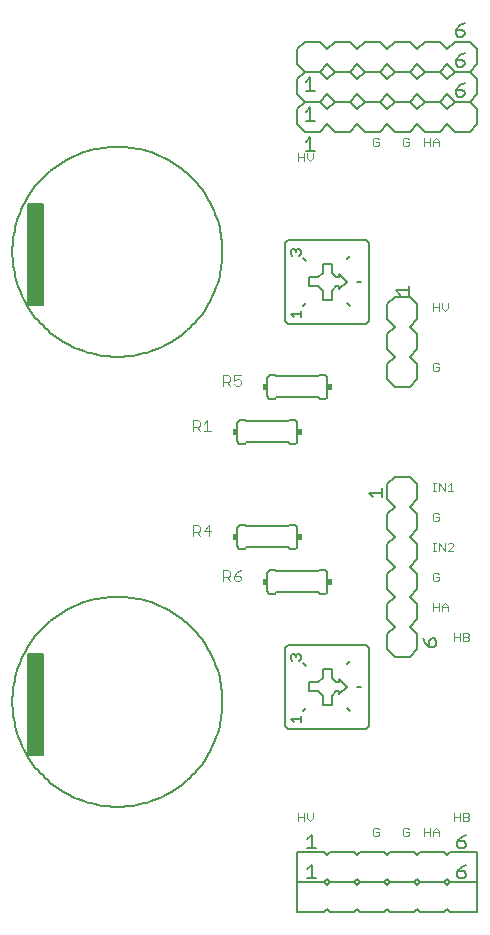
<source format=gto>
G75*
%MOIN*%
%OFA0B0*%
%FSLAX24Y24*%
%IPPOS*%
%LPD*%
%AMOC8*
5,1,8,0,0,1.08239X$1,22.5*
%
%ADD10C,0.0030*%
%ADD11C,0.0050*%
%ADD12C,0.0060*%
%ADD13R,0.0150X0.0200*%
%ADD14C,0.0040*%
D10*
X011615Y003425D02*
X011615Y003715D01*
X011615Y003570D02*
X011808Y003570D01*
X011910Y003522D02*
X011910Y003715D01*
X011808Y003715D02*
X011808Y003425D01*
X011910Y003522D02*
X012006Y003425D01*
X012103Y003522D01*
X012103Y003715D01*
X014115Y003167D02*
X014115Y002973D01*
X014163Y002925D01*
X014260Y002925D01*
X014308Y002973D01*
X014308Y003070D01*
X014212Y003070D01*
X014308Y003167D02*
X014260Y003215D01*
X014163Y003215D01*
X014115Y003167D01*
X015115Y003167D02*
X015115Y002973D01*
X015163Y002925D01*
X015260Y002925D01*
X015308Y002973D01*
X015308Y003070D01*
X015212Y003070D01*
X015308Y003167D02*
X015260Y003215D01*
X015163Y003215D01*
X015115Y003167D01*
X015815Y003215D02*
X015815Y002925D01*
X015815Y003070D02*
X016008Y003070D01*
X016110Y003070D02*
X016303Y003070D01*
X016303Y003118D02*
X016303Y002925D01*
X016110Y002925D02*
X016110Y003118D01*
X016206Y003215D01*
X016303Y003118D01*
X016008Y003215D02*
X016008Y002925D01*
X016815Y003425D02*
X016815Y003715D01*
X016815Y003570D02*
X017008Y003570D01*
X017110Y003570D02*
X017255Y003570D01*
X017303Y003522D01*
X017303Y003473D01*
X017255Y003425D01*
X017110Y003425D01*
X017110Y003715D01*
X017255Y003715D01*
X017303Y003667D01*
X017303Y003618D01*
X017255Y003570D01*
X017008Y003715D02*
X017008Y003425D01*
X017008Y009425D02*
X017008Y009715D01*
X017110Y009715D02*
X017110Y009425D01*
X017255Y009425D01*
X017303Y009473D01*
X017303Y009522D01*
X017255Y009570D01*
X017110Y009570D01*
X017008Y009570D02*
X016815Y009570D01*
X016815Y009425D02*
X016815Y009715D01*
X017110Y009715D02*
X017255Y009715D01*
X017303Y009667D01*
X017303Y009618D01*
X017255Y009570D01*
X016603Y010425D02*
X016603Y010618D01*
X016506Y010715D01*
X016410Y010618D01*
X016410Y010425D01*
X016308Y010425D02*
X016308Y010715D01*
X016308Y010570D02*
X016115Y010570D01*
X016115Y010425D02*
X016115Y010715D01*
X016410Y010570D02*
X016603Y010570D01*
X016260Y011425D02*
X016163Y011425D01*
X016115Y011473D01*
X016115Y011667D01*
X016163Y011715D01*
X016260Y011715D01*
X016308Y011667D01*
X016308Y011570D02*
X016212Y011570D01*
X016308Y011570D02*
X016308Y011473D01*
X016260Y011425D01*
X016212Y012425D02*
X016115Y012425D01*
X016163Y012425D02*
X016163Y012715D01*
X016115Y012715D02*
X016212Y012715D01*
X016311Y012715D02*
X016505Y012425D01*
X016505Y012715D01*
X016606Y012667D02*
X016654Y012715D01*
X016751Y012715D01*
X016800Y012667D01*
X016800Y012618D01*
X016606Y012425D01*
X016800Y012425D01*
X016311Y012425D02*
X016311Y012715D01*
X016260Y013425D02*
X016163Y013425D01*
X016115Y013473D01*
X016115Y013667D01*
X016163Y013715D01*
X016260Y013715D01*
X016308Y013667D01*
X016308Y013570D02*
X016212Y013570D01*
X016308Y013570D02*
X016308Y013473D01*
X016260Y013425D01*
X016212Y014425D02*
X016115Y014425D01*
X016163Y014425D02*
X016163Y014715D01*
X016115Y014715D02*
X016212Y014715D01*
X016311Y014715D02*
X016505Y014425D01*
X016505Y014715D01*
X016606Y014618D02*
X016703Y014715D01*
X016703Y014425D01*
X016606Y014425D02*
X016800Y014425D01*
X016311Y014425D02*
X016311Y014715D01*
X016260Y018425D02*
X016163Y018425D01*
X016115Y018473D01*
X016115Y018667D01*
X016163Y018715D01*
X016260Y018715D01*
X016308Y018667D01*
X016308Y018570D02*
X016212Y018570D01*
X016308Y018570D02*
X016308Y018473D01*
X016260Y018425D01*
X016308Y020425D02*
X016308Y020715D01*
X016410Y020715D02*
X016410Y020522D01*
X016506Y020425D01*
X016603Y020522D01*
X016603Y020715D01*
X016308Y020570D02*
X016115Y020570D01*
X016115Y020425D02*
X016115Y020715D01*
X016110Y025925D02*
X016110Y026118D01*
X016206Y026215D01*
X016303Y026118D01*
X016303Y025925D01*
X016303Y026070D02*
X016110Y026070D01*
X016008Y026070D02*
X015815Y026070D01*
X015815Y025925D02*
X015815Y026215D01*
X016008Y026215D02*
X016008Y025925D01*
X015308Y025973D02*
X015308Y026070D01*
X015212Y026070D01*
X015308Y025973D02*
X015260Y025925D01*
X015163Y025925D01*
X015115Y025973D01*
X015115Y026167D01*
X015163Y026215D01*
X015260Y026215D01*
X015308Y026167D01*
X014308Y026167D02*
X014260Y026215D01*
X014163Y026215D01*
X014115Y026167D01*
X014115Y025973D01*
X014163Y025925D01*
X014260Y025925D01*
X014308Y025973D01*
X014308Y026070D01*
X014212Y026070D01*
X012103Y025715D02*
X012103Y025522D01*
X012006Y025425D01*
X011910Y025522D01*
X011910Y025715D01*
X011808Y025715D02*
X011808Y025425D01*
X011808Y025570D02*
X011615Y025570D01*
X011615Y025425D02*
X011615Y025715D01*
D11*
X003118Y005633D02*
X002618Y005633D01*
X003118Y005633D01*
X002618Y005633D01*
X003118Y005633D01*
X003118Y009010D01*
X002618Y009010D01*
X002618Y005633D01*
X002618Y009010D01*
X003118Y009010D01*
X003118Y005633D01*
X003118Y005682D02*
X002618Y005682D01*
X003118Y005682D01*
X003118Y005730D02*
X002618Y005730D01*
X003118Y005730D01*
X003118Y005779D02*
X002618Y005779D01*
X003118Y005779D01*
X003118Y005827D02*
X002618Y005827D01*
X003118Y005827D01*
X003118Y005876D02*
X002618Y005876D01*
X003118Y005876D01*
X003118Y005924D02*
X002618Y005924D01*
X003118Y005924D01*
X003118Y005973D02*
X002618Y005973D01*
X003118Y005973D01*
X003118Y006021D02*
X002618Y006021D01*
X003118Y006021D01*
X003118Y006070D02*
X002618Y006070D01*
X003118Y006070D01*
X003118Y006118D02*
X002618Y006118D01*
X003118Y006118D01*
X003118Y006167D02*
X002618Y006167D01*
X003118Y006167D01*
X003118Y006215D02*
X002618Y006215D01*
X003118Y006215D01*
X003118Y006264D02*
X002618Y006264D01*
X003118Y006264D01*
X003118Y006312D02*
X002618Y006312D01*
X003118Y006312D01*
X003118Y006361D02*
X002618Y006361D01*
X003118Y006361D01*
X003118Y006409D02*
X002618Y006409D01*
X003118Y006409D01*
X003118Y006458D02*
X002618Y006458D01*
X003118Y006458D01*
X003118Y006506D02*
X002618Y006506D01*
X003118Y006506D01*
X003118Y006555D02*
X002618Y006555D01*
X003118Y006555D01*
X003118Y006603D02*
X002618Y006603D01*
X003118Y006603D01*
X003118Y006652D02*
X002618Y006652D01*
X003118Y006652D01*
X003118Y006700D02*
X002618Y006700D01*
X003118Y006700D01*
X003118Y006749D02*
X002618Y006749D01*
X003118Y006749D01*
X003118Y006797D02*
X002618Y006797D01*
X003118Y006797D01*
X003118Y006846D02*
X002618Y006846D01*
X003118Y006846D01*
X003118Y006894D02*
X002618Y006894D01*
X003118Y006894D01*
X003118Y006943D02*
X002618Y006943D01*
X003118Y006943D01*
X003118Y006991D02*
X002618Y006991D01*
X003118Y006991D01*
X003118Y007040D02*
X002618Y007040D01*
X003118Y007040D01*
X003118Y007088D02*
X002618Y007088D01*
X003118Y007088D01*
X003118Y007137D02*
X002618Y007137D01*
X003118Y007137D01*
X003118Y007185D02*
X002618Y007185D01*
X003118Y007185D01*
X003118Y007234D02*
X002618Y007234D01*
X003118Y007234D01*
X003118Y007282D02*
X002618Y007282D01*
X003118Y007282D01*
X003118Y007331D02*
X002618Y007331D01*
X003118Y007331D01*
X003118Y007379D02*
X002618Y007379D01*
X003118Y007379D01*
X003118Y007428D02*
X002618Y007428D01*
X003118Y007428D01*
X003118Y007476D02*
X002618Y007476D01*
X003118Y007476D01*
X003118Y007525D02*
X002618Y007525D01*
X003118Y007525D01*
X003118Y007573D02*
X002618Y007573D01*
X003118Y007573D01*
X003118Y007622D02*
X002618Y007622D01*
X003118Y007622D01*
X003118Y007670D02*
X002618Y007670D01*
X003118Y007670D01*
X003118Y007719D02*
X002618Y007719D01*
X003118Y007719D01*
X003118Y007767D02*
X002618Y007767D01*
X003118Y007767D01*
X003118Y007816D02*
X002618Y007816D01*
X003118Y007816D01*
X003118Y007864D02*
X002618Y007864D01*
X003118Y007864D01*
X003118Y007913D02*
X002618Y007913D01*
X003118Y007913D01*
X003118Y007961D02*
X002618Y007961D01*
X003118Y007961D01*
X003118Y008010D02*
X002618Y008010D01*
X003118Y008010D01*
X003118Y008058D02*
X002618Y008058D01*
X003118Y008058D01*
X003118Y008107D02*
X002618Y008107D01*
X003118Y008107D01*
X003118Y008155D02*
X002618Y008155D01*
X003118Y008155D01*
X003118Y008204D02*
X002618Y008204D01*
X003118Y008204D01*
X003118Y008252D02*
X002618Y008252D01*
X003118Y008252D01*
X003118Y008301D02*
X002618Y008301D01*
X003118Y008301D01*
X003118Y008349D02*
X002618Y008349D01*
X003118Y008349D01*
X003118Y008398D02*
X002618Y008398D01*
X003118Y008398D01*
X003118Y008446D02*
X002618Y008446D01*
X003118Y008446D01*
X003118Y008495D02*
X002618Y008495D01*
X003118Y008495D01*
X003118Y008543D02*
X002618Y008543D01*
X003118Y008543D01*
X003118Y008592D02*
X002618Y008592D01*
X003118Y008592D01*
X003118Y008640D02*
X002618Y008640D01*
X003118Y008640D01*
X003118Y008689D02*
X002618Y008689D01*
X003118Y008689D01*
X003118Y008737D02*
X002618Y008737D01*
X003118Y008737D01*
X003118Y008786D02*
X002618Y008786D01*
X003118Y008786D01*
X003118Y008834D02*
X002618Y008834D01*
X003118Y008834D01*
X003118Y008883D02*
X002618Y008883D01*
X003118Y008883D01*
X003118Y008931D02*
X002618Y008931D01*
X003118Y008931D01*
X003118Y008980D02*
X002618Y008980D01*
X003118Y008980D01*
X002100Y007410D02*
X002102Y007528D01*
X002108Y007646D01*
X002118Y007764D01*
X002132Y007881D01*
X002150Y007998D01*
X002172Y008115D01*
X002197Y008230D01*
X002227Y008344D01*
X002261Y008458D01*
X002298Y008570D01*
X002339Y008681D01*
X002384Y008790D01*
X002432Y008898D01*
X002484Y009004D01*
X002540Y009109D01*
X002599Y009211D01*
X002661Y009311D01*
X002727Y009409D01*
X002796Y009505D01*
X002869Y009599D01*
X002944Y009690D01*
X003023Y009778D01*
X003104Y009864D01*
X003189Y009947D01*
X003276Y010027D01*
X003365Y010104D01*
X003458Y010178D01*
X003552Y010248D01*
X003649Y010316D01*
X003749Y010380D01*
X003850Y010441D01*
X003953Y010498D01*
X004059Y010552D01*
X004166Y010603D01*
X004274Y010649D01*
X004384Y010692D01*
X004496Y010731D01*
X004609Y010767D01*
X004723Y010798D01*
X004838Y010826D01*
X004953Y010850D01*
X005070Y010870D01*
X005187Y010886D01*
X005305Y010898D01*
X005423Y010906D01*
X005541Y010910D01*
X005659Y010910D01*
X005777Y010906D01*
X005895Y010898D01*
X006013Y010886D01*
X006130Y010870D01*
X006247Y010850D01*
X006362Y010826D01*
X006477Y010798D01*
X006591Y010767D01*
X006704Y010731D01*
X006816Y010692D01*
X006926Y010649D01*
X007034Y010603D01*
X007141Y010552D01*
X007247Y010498D01*
X007350Y010441D01*
X007451Y010380D01*
X007551Y010316D01*
X007648Y010248D01*
X007742Y010178D01*
X007835Y010104D01*
X007924Y010027D01*
X008011Y009947D01*
X008096Y009864D01*
X008177Y009778D01*
X008256Y009690D01*
X008331Y009599D01*
X008404Y009505D01*
X008473Y009409D01*
X008539Y009311D01*
X008601Y009211D01*
X008660Y009109D01*
X008716Y009004D01*
X008768Y008898D01*
X008816Y008790D01*
X008861Y008681D01*
X008902Y008570D01*
X008939Y008458D01*
X008973Y008344D01*
X009003Y008230D01*
X009028Y008115D01*
X009050Y007998D01*
X009068Y007881D01*
X009082Y007764D01*
X009092Y007646D01*
X009098Y007528D01*
X009100Y007410D01*
X009098Y007292D01*
X009092Y007174D01*
X009082Y007056D01*
X009068Y006939D01*
X009050Y006822D01*
X009028Y006705D01*
X009003Y006590D01*
X008973Y006476D01*
X008939Y006362D01*
X008902Y006250D01*
X008861Y006139D01*
X008816Y006030D01*
X008768Y005922D01*
X008716Y005816D01*
X008660Y005711D01*
X008601Y005609D01*
X008539Y005509D01*
X008473Y005411D01*
X008404Y005315D01*
X008331Y005221D01*
X008256Y005130D01*
X008177Y005042D01*
X008096Y004956D01*
X008011Y004873D01*
X007924Y004793D01*
X007835Y004716D01*
X007742Y004642D01*
X007648Y004572D01*
X007551Y004504D01*
X007451Y004440D01*
X007350Y004379D01*
X007247Y004322D01*
X007141Y004268D01*
X007034Y004217D01*
X006926Y004171D01*
X006816Y004128D01*
X006704Y004089D01*
X006591Y004053D01*
X006477Y004022D01*
X006362Y003994D01*
X006247Y003970D01*
X006130Y003950D01*
X006013Y003934D01*
X005895Y003922D01*
X005777Y003914D01*
X005659Y003910D01*
X005541Y003910D01*
X005423Y003914D01*
X005305Y003922D01*
X005187Y003934D01*
X005070Y003950D01*
X004953Y003970D01*
X004838Y003994D01*
X004723Y004022D01*
X004609Y004053D01*
X004496Y004089D01*
X004384Y004128D01*
X004274Y004171D01*
X004166Y004217D01*
X004059Y004268D01*
X003953Y004322D01*
X003850Y004379D01*
X003749Y004440D01*
X003649Y004504D01*
X003552Y004572D01*
X003458Y004642D01*
X003365Y004716D01*
X003276Y004793D01*
X003189Y004873D01*
X003104Y004956D01*
X003023Y005042D01*
X002944Y005130D01*
X002869Y005221D01*
X002796Y005315D01*
X002727Y005411D01*
X002661Y005509D01*
X002599Y005609D01*
X002540Y005711D01*
X002484Y005816D01*
X002432Y005922D01*
X002384Y006030D01*
X002339Y006139D01*
X002298Y006250D01*
X002261Y006362D01*
X002227Y006476D01*
X002197Y006590D01*
X002172Y006705D01*
X002150Y006822D01*
X002132Y006939D01*
X002118Y007056D01*
X002108Y007174D01*
X002102Y007292D01*
X002100Y007410D01*
X002102Y007528D01*
X002108Y007646D01*
X002118Y007764D01*
X002132Y007881D01*
X002150Y007998D01*
X002172Y008115D01*
X002197Y008230D01*
X002227Y008344D01*
X002261Y008458D01*
X002298Y008570D01*
X002339Y008681D01*
X002384Y008790D01*
X002432Y008898D01*
X002484Y009004D01*
X002540Y009109D01*
X002599Y009211D01*
X002661Y009311D01*
X002727Y009409D01*
X002796Y009505D01*
X002869Y009599D01*
X002944Y009690D01*
X003023Y009778D01*
X003104Y009864D01*
X003189Y009947D01*
X003276Y010027D01*
X003365Y010104D01*
X003458Y010178D01*
X003552Y010248D01*
X003649Y010316D01*
X003749Y010380D01*
X003850Y010441D01*
X003953Y010498D01*
X004059Y010552D01*
X004166Y010603D01*
X004274Y010649D01*
X004384Y010692D01*
X004496Y010731D01*
X004609Y010767D01*
X004723Y010798D01*
X004838Y010826D01*
X004953Y010850D01*
X005070Y010870D01*
X005187Y010886D01*
X005305Y010898D01*
X005423Y010906D01*
X005541Y010910D01*
X005659Y010910D01*
X005777Y010906D01*
X005895Y010898D01*
X006013Y010886D01*
X006130Y010870D01*
X006247Y010850D01*
X006362Y010826D01*
X006477Y010798D01*
X006591Y010767D01*
X006704Y010731D01*
X006816Y010692D01*
X006926Y010649D01*
X007034Y010603D01*
X007141Y010552D01*
X007247Y010498D01*
X007350Y010441D01*
X007451Y010380D01*
X007551Y010316D01*
X007648Y010248D01*
X007742Y010178D01*
X007835Y010104D01*
X007924Y010027D01*
X008011Y009947D01*
X008096Y009864D01*
X008177Y009778D01*
X008256Y009690D01*
X008331Y009599D01*
X008404Y009505D01*
X008473Y009409D01*
X008539Y009311D01*
X008601Y009211D01*
X008660Y009109D01*
X008716Y009004D01*
X008768Y008898D01*
X008816Y008790D01*
X008861Y008681D01*
X008902Y008570D01*
X008939Y008458D01*
X008973Y008344D01*
X009003Y008230D01*
X009028Y008115D01*
X009050Y007998D01*
X009068Y007881D01*
X009082Y007764D01*
X009092Y007646D01*
X009098Y007528D01*
X009100Y007410D01*
X009098Y007292D01*
X009092Y007174D01*
X009082Y007056D01*
X009068Y006939D01*
X009050Y006822D01*
X009028Y006705D01*
X009003Y006590D01*
X008973Y006476D01*
X008939Y006362D01*
X008902Y006250D01*
X008861Y006139D01*
X008816Y006030D01*
X008768Y005922D01*
X008716Y005816D01*
X008660Y005711D01*
X008601Y005609D01*
X008539Y005509D01*
X008473Y005411D01*
X008404Y005315D01*
X008331Y005221D01*
X008256Y005130D01*
X008177Y005042D01*
X008096Y004956D01*
X008011Y004873D01*
X007924Y004793D01*
X007835Y004716D01*
X007742Y004642D01*
X007648Y004572D01*
X007551Y004504D01*
X007451Y004440D01*
X007350Y004379D01*
X007247Y004322D01*
X007141Y004268D01*
X007034Y004217D01*
X006926Y004171D01*
X006816Y004128D01*
X006704Y004089D01*
X006591Y004053D01*
X006477Y004022D01*
X006362Y003994D01*
X006247Y003970D01*
X006130Y003950D01*
X006013Y003934D01*
X005895Y003922D01*
X005777Y003914D01*
X005659Y003910D01*
X005541Y003910D01*
X005423Y003914D01*
X005305Y003922D01*
X005187Y003934D01*
X005070Y003950D01*
X004953Y003970D01*
X004838Y003994D01*
X004723Y004022D01*
X004609Y004053D01*
X004496Y004089D01*
X004384Y004128D01*
X004274Y004171D01*
X004166Y004217D01*
X004059Y004268D01*
X003953Y004322D01*
X003850Y004379D01*
X003749Y004440D01*
X003649Y004504D01*
X003552Y004572D01*
X003458Y004642D01*
X003365Y004716D01*
X003276Y004793D01*
X003189Y004873D01*
X003104Y004956D01*
X003023Y005042D01*
X002944Y005130D01*
X002869Y005221D01*
X002796Y005315D01*
X002727Y005411D01*
X002661Y005509D01*
X002599Y005609D01*
X002540Y005711D01*
X002484Y005816D01*
X002432Y005922D01*
X002384Y006030D01*
X002339Y006139D01*
X002298Y006250D01*
X002261Y006362D01*
X002227Y006476D01*
X002197Y006590D01*
X002172Y006705D01*
X002150Y006822D01*
X002132Y006939D01*
X002118Y007056D01*
X002108Y007174D01*
X002102Y007292D01*
X002100Y007410D01*
X002618Y020633D02*
X003118Y020633D01*
X003118Y024010D01*
X002618Y024010D01*
X002618Y020633D01*
X003118Y020633D01*
X003118Y024010D01*
X002618Y024010D01*
X002618Y020633D01*
X002618Y020668D02*
X003118Y020668D01*
X002618Y020668D01*
X002618Y020717D02*
X003118Y020717D01*
X002618Y020717D01*
X002618Y020765D02*
X003118Y020765D01*
X002618Y020765D01*
X002618Y020814D02*
X003118Y020814D01*
X002618Y020814D01*
X002618Y020862D02*
X003118Y020862D01*
X002618Y020862D01*
X002618Y020911D02*
X003118Y020911D01*
X002618Y020911D01*
X002618Y020959D02*
X003118Y020959D01*
X002618Y020959D01*
X002618Y021008D02*
X003118Y021008D01*
X002618Y021008D01*
X002618Y021056D02*
X003118Y021056D01*
X002618Y021056D01*
X002618Y021105D02*
X003118Y021105D01*
X002618Y021105D01*
X002618Y021153D02*
X003118Y021153D01*
X002618Y021153D01*
X002618Y021202D02*
X003118Y021202D01*
X002618Y021202D01*
X002618Y021250D02*
X003118Y021250D01*
X002618Y021250D01*
X002618Y021299D02*
X003118Y021299D01*
X002618Y021299D01*
X002618Y021347D02*
X003118Y021347D01*
X002618Y021347D01*
X002618Y021396D02*
X003118Y021396D01*
X002618Y021396D01*
X002618Y021444D02*
X003118Y021444D01*
X002618Y021444D01*
X002618Y021493D02*
X003118Y021493D01*
X002618Y021493D01*
X002618Y021541D02*
X003118Y021541D01*
X002618Y021541D01*
X002618Y021590D02*
X003118Y021590D01*
X002618Y021590D01*
X002618Y021638D02*
X003118Y021638D01*
X002618Y021638D01*
X002618Y021687D02*
X003118Y021687D01*
X002618Y021687D01*
X002618Y021735D02*
X003118Y021735D01*
X002618Y021735D01*
X002618Y021784D02*
X003118Y021784D01*
X002618Y021784D01*
X002618Y021832D02*
X003118Y021832D01*
X002618Y021832D01*
X002618Y021881D02*
X003118Y021881D01*
X002618Y021881D01*
X002618Y021929D02*
X003118Y021929D01*
X002618Y021929D01*
X002618Y021978D02*
X003118Y021978D01*
X002618Y021978D01*
X002618Y022026D02*
X003118Y022026D01*
X002618Y022026D01*
X002618Y022075D02*
X003118Y022075D01*
X002618Y022075D01*
X002618Y022123D02*
X003118Y022123D01*
X002618Y022123D01*
X002618Y022172D02*
X003118Y022172D01*
X002618Y022172D01*
X002618Y022220D02*
X003118Y022220D01*
X002618Y022220D01*
X002618Y022269D02*
X003118Y022269D01*
X002618Y022269D01*
X002618Y022317D02*
X003118Y022317D01*
X002618Y022317D01*
X002618Y022366D02*
X003118Y022366D01*
X002618Y022366D01*
X002618Y022414D02*
X003118Y022414D01*
X002618Y022414D01*
X002618Y022463D02*
X003118Y022463D01*
X002618Y022463D01*
X002618Y022511D02*
X003118Y022511D01*
X002618Y022511D01*
X002618Y022560D02*
X003118Y022560D01*
X002618Y022560D01*
X002618Y022608D02*
X003118Y022608D01*
X002618Y022608D01*
X002618Y022657D02*
X003118Y022657D01*
X002618Y022657D01*
X002618Y022705D02*
X003118Y022705D01*
X002618Y022705D01*
X002618Y022754D02*
X003118Y022754D01*
X002618Y022754D01*
X002618Y022802D02*
X003118Y022802D01*
X002618Y022802D01*
X002618Y022851D02*
X003118Y022851D01*
X002618Y022851D01*
X002618Y022899D02*
X003118Y022899D01*
X002618Y022899D01*
X002618Y022948D02*
X003118Y022948D01*
X002618Y022948D01*
X002618Y022996D02*
X003118Y022996D01*
X002618Y022996D01*
X002618Y023045D02*
X003118Y023045D01*
X002618Y023045D01*
X002618Y023093D02*
X003118Y023093D01*
X002618Y023093D01*
X002618Y023142D02*
X003118Y023142D01*
X002618Y023142D01*
X002618Y023190D02*
X003118Y023190D01*
X002618Y023190D01*
X002618Y023239D02*
X003118Y023239D01*
X002618Y023239D01*
X002618Y023287D02*
X003118Y023287D01*
X002618Y023287D01*
X002618Y023336D02*
X003118Y023336D01*
X002618Y023336D01*
X002618Y023384D02*
X003118Y023384D01*
X002618Y023384D01*
X002618Y023433D02*
X003118Y023433D01*
X002618Y023433D01*
X002618Y023481D02*
X003118Y023481D01*
X002618Y023481D01*
X002618Y023530D02*
X003118Y023530D01*
X002618Y023530D01*
X002618Y023578D02*
X003118Y023578D01*
X002618Y023578D01*
X002618Y023627D02*
X003118Y023627D01*
X002618Y023627D01*
X002618Y023675D02*
X003118Y023675D01*
X002618Y023675D01*
X002618Y023724D02*
X003118Y023724D01*
X002618Y023724D01*
X002618Y023772D02*
X003118Y023772D01*
X002618Y023772D01*
X002618Y023821D02*
X003118Y023821D01*
X002618Y023821D01*
X002618Y023869D02*
X003118Y023869D01*
X002618Y023869D01*
X002618Y023918D02*
X003118Y023918D01*
X002618Y023918D01*
X002618Y023966D02*
X003118Y023966D01*
X002618Y023966D01*
X002100Y022410D02*
X002102Y022528D01*
X002108Y022646D01*
X002118Y022764D01*
X002132Y022881D01*
X002150Y022998D01*
X002172Y023115D01*
X002197Y023230D01*
X002227Y023344D01*
X002261Y023458D01*
X002298Y023570D01*
X002339Y023681D01*
X002384Y023790D01*
X002432Y023898D01*
X002484Y024004D01*
X002540Y024109D01*
X002599Y024211D01*
X002661Y024311D01*
X002727Y024409D01*
X002796Y024505D01*
X002869Y024599D01*
X002944Y024690D01*
X003023Y024778D01*
X003104Y024864D01*
X003189Y024947D01*
X003276Y025027D01*
X003365Y025104D01*
X003458Y025178D01*
X003552Y025248D01*
X003649Y025316D01*
X003749Y025380D01*
X003850Y025441D01*
X003953Y025498D01*
X004059Y025552D01*
X004166Y025603D01*
X004274Y025649D01*
X004384Y025692D01*
X004496Y025731D01*
X004609Y025767D01*
X004723Y025798D01*
X004838Y025826D01*
X004953Y025850D01*
X005070Y025870D01*
X005187Y025886D01*
X005305Y025898D01*
X005423Y025906D01*
X005541Y025910D01*
X005659Y025910D01*
X005777Y025906D01*
X005895Y025898D01*
X006013Y025886D01*
X006130Y025870D01*
X006247Y025850D01*
X006362Y025826D01*
X006477Y025798D01*
X006591Y025767D01*
X006704Y025731D01*
X006816Y025692D01*
X006926Y025649D01*
X007034Y025603D01*
X007141Y025552D01*
X007247Y025498D01*
X007350Y025441D01*
X007451Y025380D01*
X007551Y025316D01*
X007648Y025248D01*
X007742Y025178D01*
X007835Y025104D01*
X007924Y025027D01*
X008011Y024947D01*
X008096Y024864D01*
X008177Y024778D01*
X008256Y024690D01*
X008331Y024599D01*
X008404Y024505D01*
X008473Y024409D01*
X008539Y024311D01*
X008601Y024211D01*
X008660Y024109D01*
X008716Y024004D01*
X008768Y023898D01*
X008816Y023790D01*
X008861Y023681D01*
X008902Y023570D01*
X008939Y023458D01*
X008973Y023344D01*
X009003Y023230D01*
X009028Y023115D01*
X009050Y022998D01*
X009068Y022881D01*
X009082Y022764D01*
X009092Y022646D01*
X009098Y022528D01*
X009100Y022410D01*
X009098Y022292D01*
X009092Y022174D01*
X009082Y022056D01*
X009068Y021939D01*
X009050Y021822D01*
X009028Y021705D01*
X009003Y021590D01*
X008973Y021476D01*
X008939Y021362D01*
X008902Y021250D01*
X008861Y021139D01*
X008816Y021030D01*
X008768Y020922D01*
X008716Y020816D01*
X008660Y020711D01*
X008601Y020609D01*
X008539Y020509D01*
X008473Y020411D01*
X008404Y020315D01*
X008331Y020221D01*
X008256Y020130D01*
X008177Y020042D01*
X008096Y019956D01*
X008011Y019873D01*
X007924Y019793D01*
X007835Y019716D01*
X007742Y019642D01*
X007648Y019572D01*
X007551Y019504D01*
X007451Y019440D01*
X007350Y019379D01*
X007247Y019322D01*
X007141Y019268D01*
X007034Y019217D01*
X006926Y019171D01*
X006816Y019128D01*
X006704Y019089D01*
X006591Y019053D01*
X006477Y019022D01*
X006362Y018994D01*
X006247Y018970D01*
X006130Y018950D01*
X006013Y018934D01*
X005895Y018922D01*
X005777Y018914D01*
X005659Y018910D01*
X005541Y018910D01*
X005423Y018914D01*
X005305Y018922D01*
X005187Y018934D01*
X005070Y018950D01*
X004953Y018970D01*
X004838Y018994D01*
X004723Y019022D01*
X004609Y019053D01*
X004496Y019089D01*
X004384Y019128D01*
X004274Y019171D01*
X004166Y019217D01*
X004059Y019268D01*
X003953Y019322D01*
X003850Y019379D01*
X003749Y019440D01*
X003649Y019504D01*
X003552Y019572D01*
X003458Y019642D01*
X003365Y019716D01*
X003276Y019793D01*
X003189Y019873D01*
X003104Y019956D01*
X003023Y020042D01*
X002944Y020130D01*
X002869Y020221D01*
X002796Y020315D01*
X002727Y020411D01*
X002661Y020509D01*
X002599Y020609D01*
X002540Y020711D01*
X002484Y020816D01*
X002432Y020922D01*
X002384Y021030D01*
X002339Y021139D01*
X002298Y021250D01*
X002261Y021362D01*
X002227Y021476D01*
X002197Y021590D01*
X002172Y021705D01*
X002150Y021822D01*
X002132Y021939D01*
X002118Y022056D01*
X002108Y022174D01*
X002102Y022292D01*
X002100Y022410D01*
X002102Y022528D01*
X002108Y022646D01*
X002118Y022764D01*
X002132Y022881D01*
X002150Y022998D01*
X002172Y023115D01*
X002197Y023230D01*
X002227Y023344D01*
X002261Y023458D01*
X002298Y023570D01*
X002339Y023681D01*
X002384Y023790D01*
X002432Y023898D01*
X002484Y024004D01*
X002540Y024109D01*
X002599Y024211D01*
X002661Y024311D01*
X002727Y024409D01*
X002796Y024505D01*
X002869Y024599D01*
X002944Y024690D01*
X003023Y024778D01*
X003104Y024864D01*
X003189Y024947D01*
X003276Y025027D01*
X003365Y025104D01*
X003458Y025178D01*
X003552Y025248D01*
X003649Y025316D01*
X003749Y025380D01*
X003850Y025441D01*
X003953Y025498D01*
X004059Y025552D01*
X004166Y025603D01*
X004274Y025649D01*
X004384Y025692D01*
X004496Y025731D01*
X004609Y025767D01*
X004723Y025798D01*
X004838Y025826D01*
X004953Y025850D01*
X005070Y025870D01*
X005187Y025886D01*
X005305Y025898D01*
X005423Y025906D01*
X005541Y025910D01*
X005659Y025910D01*
X005777Y025906D01*
X005895Y025898D01*
X006013Y025886D01*
X006130Y025870D01*
X006247Y025850D01*
X006362Y025826D01*
X006477Y025798D01*
X006591Y025767D01*
X006704Y025731D01*
X006816Y025692D01*
X006926Y025649D01*
X007034Y025603D01*
X007141Y025552D01*
X007247Y025498D01*
X007350Y025441D01*
X007451Y025380D01*
X007551Y025316D01*
X007648Y025248D01*
X007742Y025178D01*
X007835Y025104D01*
X007924Y025027D01*
X008011Y024947D01*
X008096Y024864D01*
X008177Y024778D01*
X008256Y024690D01*
X008331Y024599D01*
X008404Y024505D01*
X008473Y024409D01*
X008539Y024311D01*
X008601Y024211D01*
X008660Y024109D01*
X008716Y024004D01*
X008768Y023898D01*
X008816Y023790D01*
X008861Y023681D01*
X008902Y023570D01*
X008939Y023458D01*
X008973Y023344D01*
X009003Y023230D01*
X009028Y023115D01*
X009050Y022998D01*
X009068Y022881D01*
X009082Y022764D01*
X009092Y022646D01*
X009098Y022528D01*
X009100Y022410D01*
X009098Y022292D01*
X009092Y022174D01*
X009082Y022056D01*
X009068Y021939D01*
X009050Y021822D01*
X009028Y021705D01*
X009003Y021590D01*
X008973Y021476D01*
X008939Y021362D01*
X008902Y021250D01*
X008861Y021139D01*
X008816Y021030D01*
X008768Y020922D01*
X008716Y020816D01*
X008660Y020711D01*
X008601Y020609D01*
X008539Y020509D01*
X008473Y020411D01*
X008404Y020315D01*
X008331Y020221D01*
X008256Y020130D01*
X008177Y020042D01*
X008096Y019956D01*
X008011Y019873D01*
X007924Y019793D01*
X007835Y019716D01*
X007742Y019642D01*
X007648Y019572D01*
X007551Y019504D01*
X007451Y019440D01*
X007350Y019379D01*
X007247Y019322D01*
X007141Y019268D01*
X007034Y019217D01*
X006926Y019171D01*
X006816Y019128D01*
X006704Y019089D01*
X006591Y019053D01*
X006477Y019022D01*
X006362Y018994D01*
X006247Y018970D01*
X006130Y018950D01*
X006013Y018934D01*
X005895Y018922D01*
X005777Y018914D01*
X005659Y018910D01*
X005541Y018910D01*
X005423Y018914D01*
X005305Y018922D01*
X005187Y018934D01*
X005070Y018950D01*
X004953Y018970D01*
X004838Y018994D01*
X004723Y019022D01*
X004609Y019053D01*
X004496Y019089D01*
X004384Y019128D01*
X004274Y019171D01*
X004166Y019217D01*
X004059Y019268D01*
X003953Y019322D01*
X003850Y019379D01*
X003749Y019440D01*
X003649Y019504D01*
X003552Y019572D01*
X003458Y019642D01*
X003365Y019716D01*
X003276Y019793D01*
X003189Y019873D01*
X003104Y019956D01*
X003023Y020042D01*
X002944Y020130D01*
X002869Y020221D01*
X002796Y020315D01*
X002727Y020411D01*
X002661Y020509D01*
X002599Y020609D01*
X002540Y020711D01*
X002484Y020816D01*
X002432Y020922D01*
X002384Y021030D01*
X002339Y021139D01*
X002298Y021250D01*
X002261Y021362D01*
X002227Y021476D01*
X002197Y021590D01*
X002172Y021705D01*
X002150Y021822D01*
X002132Y021939D01*
X002118Y022056D01*
X002108Y022174D01*
X002102Y022292D01*
X002100Y022410D01*
X011375Y022333D02*
X011375Y022446D01*
X011431Y022503D01*
X011488Y022503D01*
X011545Y022446D01*
X011602Y022503D01*
X011658Y022503D01*
X011715Y022446D01*
X011715Y022333D01*
X011658Y022276D01*
X011545Y022389D02*
X011545Y022446D01*
X011431Y022276D02*
X011375Y022333D01*
X011715Y020453D02*
X011715Y020226D01*
X011715Y020339D02*
X011375Y020339D01*
X011488Y020226D01*
X014875Y021125D02*
X015325Y021125D01*
X015325Y020975D02*
X015325Y021275D01*
X015025Y020975D02*
X014875Y021125D01*
X012175Y025785D02*
X011875Y025785D01*
X012025Y025785D02*
X012025Y026235D01*
X011875Y026085D01*
X011875Y026785D02*
X012175Y026785D01*
X012025Y026785D02*
X012025Y027235D01*
X011875Y027085D01*
X011875Y027785D02*
X012175Y027785D01*
X012025Y027785D02*
X012025Y028235D01*
X011875Y028085D01*
X016875Y027810D02*
X017100Y027810D01*
X017175Y027735D01*
X017175Y027660D01*
X017100Y027585D01*
X016950Y027585D01*
X016875Y027660D01*
X016875Y027810D01*
X017025Y027960D01*
X017175Y028035D01*
X017100Y028585D02*
X017175Y028660D01*
X017175Y028735D01*
X017100Y028810D01*
X016875Y028810D01*
X016875Y028660D01*
X016950Y028585D01*
X017100Y028585D01*
X016875Y028810D02*
X017025Y028960D01*
X017175Y029035D01*
X017100Y029585D02*
X017175Y029660D01*
X017175Y029735D01*
X017100Y029810D01*
X016875Y029810D01*
X016875Y029660D01*
X016950Y029585D01*
X017100Y029585D01*
X016875Y029810D02*
X017025Y029960D01*
X017175Y030035D01*
X014425Y014525D02*
X014425Y014225D01*
X014425Y014375D02*
X013975Y014375D01*
X014125Y014225D01*
X015775Y009525D02*
X015850Y009375D01*
X016000Y009225D01*
X016000Y009450D01*
X016075Y009525D01*
X016150Y009525D01*
X016225Y009450D01*
X016225Y009300D01*
X016150Y009225D01*
X016000Y009225D01*
X017225Y002985D02*
X017075Y002910D01*
X016925Y002760D01*
X017150Y002760D01*
X017225Y002685D01*
X017225Y002610D01*
X017150Y002535D01*
X017000Y002535D01*
X016925Y002610D01*
X016925Y002760D01*
X017225Y001985D02*
X017075Y001910D01*
X016925Y001760D01*
X017150Y001760D01*
X017225Y001685D01*
X017225Y001610D01*
X017150Y001535D01*
X017000Y001535D01*
X016925Y001610D01*
X016925Y001760D01*
X012225Y001535D02*
X011925Y001535D01*
X012075Y001535D02*
X012075Y001985D01*
X011925Y001835D01*
X011925Y002535D02*
X012225Y002535D01*
X012075Y002535D02*
X012075Y002985D01*
X011925Y002835D01*
X011715Y006726D02*
X011715Y006953D01*
X011715Y006839D02*
X011375Y006839D01*
X011488Y006726D01*
X011431Y008776D02*
X011375Y008833D01*
X011375Y008946D01*
X011431Y009003D01*
X011488Y009003D01*
X011545Y008946D01*
X011602Y009003D01*
X011658Y009003D01*
X011715Y008946D01*
X011715Y008833D01*
X011658Y008776D01*
X011545Y008889D02*
X011545Y008946D01*
D12*
X011800Y008710D02*
X011900Y008610D01*
X012000Y008060D02*
X012000Y007760D01*
X012300Y007760D01*
X012450Y007610D01*
X012450Y007310D01*
X012750Y007310D01*
X012750Y007610D01*
X012900Y007760D01*
X013000Y007760D01*
X013000Y007660D01*
X013250Y007910D01*
X013000Y008160D01*
X013000Y008060D01*
X012900Y008060D01*
X012750Y008210D01*
X012750Y008510D01*
X012450Y008510D01*
X012450Y008210D01*
X012300Y008060D01*
X012000Y008060D01*
X011900Y007210D02*
X011800Y007110D01*
X011300Y006510D02*
X013900Y006510D01*
X014000Y006610D01*
X014000Y009210D01*
X013900Y009310D01*
X011300Y009310D01*
X011200Y009210D01*
X011200Y006610D01*
X011300Y006510D01*
X013250Y007210D02*
X013350Y007110D01*
X013570Y007910D02*
X013720Y007910D01*
X013250Y008660D02*
X013350Y008760D01*
X014600Y009160D02*
X014600Y009660D01*
X014850Y009910D01*
X014600Y010160D01*
X014600Y010660D01*
X014850Y010910D01*
X014600Y011160D01*
X014600Y011660D01*
X014850Y011910D01*
X014600Y012160D01*
X014600Y012660D01*
X014850Y012910D01*
X014600Y013160D01*
X014600Y013660D01*
X014850Y013910D01*
X014600Y014160D01*
X014600Y014660D01*
X014850Y014910D01*
X015350Y014910D01*
X015600Y014660D01*
X015600Y014160D01*
X015350Y013910D01*
X015600Y013660D01*
X015600Y013160D01*
X015350Y012910D01*
X015600Y012660D01*
X015600Y012160D01*
X015350Y011910D01*
X015600Y011660D01*
X015600Y011160D01*
X015350Y010910D01*
X015600Y010660D01*
X015600Y010160D01*
X015350Y009910D01*
X015600Y009660D01*
X015600Y009160D01*
X015350Y008910D01*
X014850Y008910D01*
X014600Y009160D01*
X012600Y011110D02*
X012600Y011710D01*
X012598Y011727D01*
X012594Y011744D01*
X012587Y011760D01*
X012577Y011774D01*
X012564Y011787D01*
X012550Y011797D01*
X012534Y011804D01*
X012517Y011808D01*
X012500Y011810D01*
X012350Y011810D01*
X012300Y011760D01*
X010900Y011760D01*
X010850Y011810D01*
X010700Y011810D01*
X010683Y011808D01*
X010666Y011804D01*
X010650Y011797D01*
X010636Y011787D01*
X010623Y011774D01*
X010613Y011760D01*
X010606Y011744D01*
X010602Y011727D01*
X010600Y011710D01*
X010600Y011110D01*
X010602Y011093D01*
X010606Y011076D01*
X010613Y011060D01*
X010623Y011046D01*
X010636Y011033D01*
X010650Y011023D01*
X010666Y011016D01*
X010683Y011012D01*
X010700Y011010D01*
X010850Y011010D01*
X010900Y011060D01*
X012300Y011060D01*
X012350Y011010D01*
X012500Y011010D01*
X012517Y011012D01*
X012534Y011016D01*
X012550Y011023D01*
X012564Y011033D01*
X012577Y011046D01*
X012587Y011060D01*
X012594Y011076D01*
X012598Y011093D01*
X012600Y011110D01*
X011500Y012510D02*
X011350Y012510D01*
X011300Y012560D01*
X009900Y012560D01*
X009850Y012510D01*
X009700Y012510D01*
X009683Y012512D01*
X009666Y012516D01*
X009650Y012523D01*
X009636Y012533D01*
X009623Y012546D01*
X009613Y012560D01*
X009606Y012576D01*
X009602Y012593D01*
X009600Y012610D01*
X009600Y013210D01*
X009602Y013227D01*
X009606Y013244D01*
X009613Y013260D01*
X009623Y013274D01*
X009636Y013287D01*
X009650Y013297D01*
X009666Y013304D01*
X009683Y013308D01*
X009700Y013310D01*
X009850Y013310D01*
X009900Y013260D01*
X011300Y013260D01*
X011350Y013310D01*
X011500Y013310D01*
X011517Y013308D01*
X011534Y013304D01*
X011550Y013297D01*
X011564Y013287D01*
X011577Y013274D01*
X011587Y013260D01*
X011594Y013244D01*
X011598Y013227D01*
X011600Y013210D01*
X011600Y012610D01*
X011598Y012593D01*
X011594Y012576D01*
X011587Y012560D01*
X011577Y012546D01*
X011564Y012533D01*
X011550Y012523D01*
X011534Y012516D01*
X011517Y012512D01*
X011500Y012510D01*
X011500Y016010D02*
X011350Y016010D01*
X011300Y016060D01*
X009900Y016060D01*
X009850Y016010D01*
X009700Y016010D01*
X009683Y016012D01*
X009666Y016016D01*
X009650Y016023D01*
X009636Y016033D01*
X009623Y016046D01*
X009613Y016060D01*
X009606Y016076D01*
X009602Y016093D01*
X009600Y016110D01*
X009600Y016710D01*
X009602Y016727D01*
X009606Y016744D01*
X009613Y016760D01*
X009623Y016774D01*
X009636Y016787D01*
X009650Y016797D01*
X009666Y016804D01*
X009683Y016808D01*
X009700Y016810D01*
X009850Y016810D01*
X009900Y016760D01*
X011300Y016760D01*
X011350Y016810D01*
X011500Y016810D01*
X011517Y016808D01*
X011534Y016804D01*
X011550Y016797D01*
X011564Y016787D01*
X011577Y016774D01*
X011587Y016760D01*
X011594Y016744D01*
X011598Y016727D01*
X011600Y016710D01*
X011600Y016110D01*
X011598Y016093D01*
X011594Y016076D01*
X011587Y016060D01*
X011577Y016046D01*
X011564Y016033D01*
X011550Y016023D01*
X011534Y016016D01*
X011517Y016012D01*
X011500Y016010D01*
X010850Y017510D02*
X010700Y017510D01*
X010683Y017512D01*
X010666Y017516D01*
X010650Y017523D01*
X010636Y017533D01*
X010623Y017546D01*
X010613Y017560D01*
X010606Y017576D01*
X010602Y017593D01*
X010600Y017610D01*
X010600Y018210D01*
X010602Y018227D01*
X010606Y018244D01*
X010613Y018260D01*
X010623Y018274D01*
X010636Y018287D01*
X010650Y018297D01*
X010666Y018304D01*
X010683Y018308D01*
X010700Y018310D01*
X010850Y018310D01*
X010900Y018260D01*
X012300Y018260D01*
X012350Y018310D01*
X012500Y018310D01*
X012517Y018308D01*
X012534Y018304D01*
X012550Y018297D01*
X012564Y018287D01*
X012577Y018274D01*
X012587Y018260D01*
X012594Y018244D01*
X012598Y018227D01*
X012600Y018210D01*
X012600Y017610D01*
X012598Y017593D01*
X012594Y017576D01*
X012587Y017560D01*
X012577Y017546D01*
X012564Y017533D01*
X012550Y017523D01*
X012534Y017516D01*
X012517Y017512D01*
X012500Y017510D01*
X012350Y017510D01*
X012300Y017560D01*
X010900Y017560D01*
X010850Y017510D01*
X011300Y020010D02*
X013900Y020010D01*
X014000Y020110D01*
X014000Y022710D01*
X013900Y022810D01*
X011300Y022810D01*
X011200Y022710D01*
X011200Y020110D01*
X011300Y020010D01*
X011800Y020610D02*
X011900Y020710D01*
X012000Y021260D02*
X012300Y021260D01*
X012450Y021110D01*
X012450Y020810D01*
X012750Y020810D01*
X012750Y021110D01*
X012900Y021260D01*
X013000Y021260D01*
X013000Y021160D01*
X013250Y021410D01*
X013000Y021660D01*
X013000Y021560D01*
X012900Y021560D01*
X012750Y021710D01*
X012750Y022010D01*
X012450Y022010D01*
X012450Y021710D01*
X012300Y021560D01*
X012000Y021560D01*
X012000Y021260D01*
X011900Y022110D02*
X011800Y022210D01*
X013250Y022160D02*
X013350Y022260D01*
X013570Y021410D02*
X013720Y021410D01*
X013250Y020710D02*
X013350Y020610D01*
X014600Y020660D02*
X014600Y020160D01*
X014850Y019910D01*
X014600Y019660D01*
X014600Y019160D01*
X014850Y018910D01*
X014600Y018660D01*
X014600Y018160D01*
X014850Y017910D01*
X015350Y017910D01*
X015600Y018160D01*
X015600Y018660D01*
X015350Y018910D01*
X015600Y019160D01*
X015600Y019660D01*
X015350Y019910D01*
X015600Y020160D01*
X015600Y020660D01*
X015350Y020910D01*
X014850Y020910D01*
X014600Y020660D01*
X014350Y026410D02*
X013850Y026410D01*
X013600Y026660D01*
X013350Y026410D01*
X012850Y026410D01*
X012600Y026660D01*
X012350Y026410D01*
X011850Y026410D01*
X011600Y026660D01*
X011600Y027160D01*
X011850Y027410D01*
X012350Y027410D01*
X012600Y027160D01*
X012850Y027410D01*
X013350Y027410D01*
X013600Y027160D01*
X013850Y027410D01*
X014350Y027410D01*
X014600Y027160D01*
X014850Y027410D01*
X015350Y027410D01*
X015600Y027160D01*
X015850Y027410D01*
X016350Y027410D01*
X016600Y027160D01*
X016850Y027410D01*
X017350Y027410D01*
X017600Y027160D01*
X017600Y026660D01*
X017350Y026410D01*
X016850Y026410D01*
X016600Y026660D01*
X016350Y026410D01*
X015850Y026410D01*
X015600Y026660D01*
X015350Y026410D01*
X014850Y026410D01*
X014600Y026660D01*
X014350Y026410D01*
X014350Y027410D02*
X013850Y027410D01*
X013600Y027660D01*
X013350Y027410D01*
X012850Y027410D01*
X012600Y027660D01*
X012350Y027410D01*
X011850Y027410D01*
X011600Y027660D01*
X011600Y028160D01*
X011850Y028410D01*
X012350Y028410D01*
X012600Y028160D01*
X012850Y028410D01*
X013350Y028410D01*
X013600Y028160D01*
X013850Y028410D01*
X014350Y028410D01*
X014600Y028160D01*
X014850Y028410D01*
X015350Y028410D01*
X015600Y028160D01*
X015850Y028410D01*
X016350Y028410D01*
X016600Y028160D01*
X016850Y028410D01*
X017350Y028410D01*
X017600Y028160D01*
X017600Y027660D01*
X017350Y027410D01*
X016850Y027410D01*
X016600Y027660D01*
X016350Y027410D01*
X015850Y027410D01*
X015600Y027660D01*
X015350Y027410D01*
X014850Y027410D01*
X014600Y027660D01*
X014350Y027410D01*
X014350Y028410D02*
X013850Y028410D01*
X013600Y028660D01*
X013350Y028410D01*
X012850Y028410D01*
X012600Y028660D01*
X012350Y028410D01*
X011850Y028410D01*
X011600Y028660D01*
X011600Y029160D01*
X011850Y029410D01*
X012350Y029410D01*
X012600Y029160D01*
X012850Y029410D01*
X013350Y029410D01*
X013600Y029160D01*
X013850Y029410D01*
X014350Y029410D01*
X014600Y029160D01*
X014850Y029410D01*
X015350Y029410D01*
X015600Y029160D01*
X015850Y029410D01*
X016350Y029410D01*
X016600Y029160D01*
X016850Y029410D01*
X017350Y029410D01*
X017600Y029160D01*
X017600Y028660D01*
X017350Y028410D01*
X016850Y028410D01*
X016600Y028660D01*
X016350Y028410D01*
X015850Y028410D01*
X015600Y028660D01*
X015350Y028410D01*
X014850Y028410D01*
X014600Y028660D01*
X014350Y028410D01*
X014500Y002410D02*
X013700Y002410D01*
X013600Y002310D01*
X013500Y002410D01*
X012700Y002410D01*
X012600Y002310D01*
X012500Y002410D01*
X011600Y002410D01*
X011600Y001410D01*
X012500Y001410D01*
X012600Y001510D01*
X012700Y001410D01*
X013500Y001410D01*
X013600Y001510D01*
X013700Y001410D01*
X014500Y001410D01*
X014600Y001510D01*
X014700Y001410D01*
X015500Y001410D01*
X015600Y001510D01*
X015700Y001410D01*
X016500Y001410D01*
X016600Y001510D01*
X016700Y001410D01*
X017600Y001410D01*
X017600Y002410D01*
X016700Y002410D01*
X016600Y002310D01*
X016500Y002410D01*
X015700Y002410D01*
X015600Y002310D01*
X015500Y002410D01*
X014700Y002410D01*
X014600Y002310D01*
X014500Y002410D01*
X014500Y001410D02*
X013700Y001410D01*
X013600Y001310D01*
X013500Y001410D01*
X012700Y001410D01*
X012600Y001310D01*
X012500Y001410D01*
X011600Y001410D01*
X011600Y000410D01*
X012500Y000410D01*
X012600Y000510D01*
X012700Y000410D01*
X013500Y000410D01*
X013600Y000510D01*
X013700Y000410D01*
X014500Y000410D01*
X014600Y000510D01*
X014700Y000410D01*
X015500Y000410D01*
X015600Y000510D01*
X015700Y000410D01*
X016500Y000410D01*
X016600Y000510D01*
X016700Y000410D01*
X017600Y000410D01*
X017600Y001410D01*
X016700Y001410D01*
X016600Y001310D01*
X016500Y001410D01*
X015700Y001410D01*
X015600Y001310D01*
X015500Y001410D01*
X014700Y001410D01*
X014600Y001310D01*
X014500Y001410D01*
D13*
X012675Y011410D03*
X011675Y012910D03*
X010525Y011410D03*
X009525Y012910D03*
X009525Y016410D03*
X010525Y017910D03*
X011675Y016410D03*
X012675Y017910D03*
D14*
X009713Y017998D02*
X009654Y017940D01*
X009537Y017940D01*
X009479Y017998D01*
X009479Y018115D02*
X009596Y018174D01*
X009654Y018174D01*
X009713Y018115D01*
X009713Y017998D01*
X009479Y018115D02*
X009479Y018290D01*
X009713Y018290D01*
X009354Y018232D02*
X009354Y018115D01*
X009295Y018057D01*
X009120Y018057D01*
X009237Y018057D02*
X009354Y017940D01*
X009120Y017940D02*
X009120Y018290D01*
X009295Y018290D01*
X009354Y018232D01*
X008596Y016790D02*
X008596Y016440D01*
X008479Y016440D02*
X008713Y016440D01*
X008479Y016674D02*
X008596Y016790D01*
X008354Y016732D02*
X008354Y016615D01*
X008295Y016557D01*
X008120Y016557D01*
X008237Y016557D02*
X008354Y016440D01*
X008120Y016440D02*
X008120Y016790D01*
X008295Y016790D01*
X008354Y016732D01*
X008295Y013290D02*
X008120Y013290D01*
X008120Y012940D01*
X008120Y013057D02*
X008295Y013057D01*
X008354Y013115D01*
X008354Y013232D01*
X008295Y013290D01*
X008237Y013057D02*
X008354Y012940D01*
X008479Y013115D02*
X008713Y013115D01*
X008654Y012940D02*
X008654Y013290D01*
X008479Y013115D01*
X009120Y011790D02*
X009295Y011790D01*
X009354Y011732D01*
X009354Y011615D01*
X009295Y011557D01*
X009120Y011557D01*
X009237Y011557D02*
X009354Y011440D01*
X009479Y011498D02*
X009479Y011615D01*
X009654Y011615D01*
X009713Y011557D01*
X009713Y011498D01*
X009654Y011440D01*
X009537Y011440D01*
X009479Y011498D01*
X009479Y011615D02*
X009596Y011732D01*
X009713Y011790D01*
X009120Y011790D02*
X009120Y011440D01*
M02*

</source>
